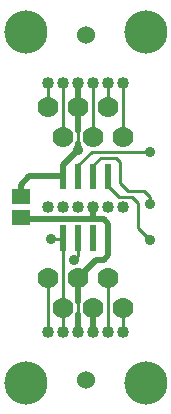
<source format=gbr>
G04 start of page 2 for group 0 idx 0 *
G04 Title: (unknown), component *
G04 Creator: pcb 20110918 *
G04 CreationDate: Sat 02 Feb 2013 07:41:18 PM GMT UTC *
G04 For: petersen *
G04 Format: Gerber/RS-274X *
G04 PCB-Dimensions: 63000 140000 *
G04 PCB-Coordinate-Origin: lower left *
%MOIN*%
%FSLAX25Y25*%
%LNTOP*%
%ADD23C,0.1280*%
%ADD22C,0.0370*%
%ADD21C,0.0240*%
%ADD20C,0.0350*%
%ADD19C,0.0360*%
%ADD18R,0.0512X0.0512*%
%ADD17R,0.0200X0.0200*%
%ADD16C,0.1440*%
%ADD15C,0.0600*%
%ADD14C,0.0400*%
%ADD13C,0.0700*%
%ADD12C,0.0200*%
%ADD11C,0.0100*%
G54D11*X19000Y111500D02*Y103500D01*
X24000Y111500D02*Y93500D01*
G54D12*X29000Y111500D02*Y95500D01*
Y89000D02*Y91500D01*
G54D11*Y95500D01*
X34000Y111500D02*Y93500D01*
X39000Y111500D02*Y103500D01*
X44000Y111500D02*Y93500D01*
Y28500D02*Y36500D01*
X39000Y28500D02*Y46500D01*
G54D12*Y54000D02*X37500Y52500D01*
X34000Y28500D02*Y36500D01*
G54D11*X19000Y28500D02*Y46500D01*
X24000Y28500D02*Y59750D01*
Y59500D02*X20000D01*
X29000Y59750D02*Y54000D01*
X27500Y52500D01*
G54D12*X29000Y28500D02*Y34500D01*
Y46500D02*Y38500D01*
G54D11*Y34500D02*Y38500D01*
G54D12*Y46500D02*X35000Y52500D01*
X37500D02*X35000D01*
G54D11*X29000Y80250D02*Y84000D01*
X33500Y88500D01*
X34000Y84000D02*X36500Y86500D01*
X41500D01*
X43000Y85000D01*
Y78000D01*
G54D12*X24000Y80250D02*Y84000D01*
X29000Y89000D01*
X24000Y80250D02*X12750D01*
X10000Y77500D01*
Y73543D01*
X37500Y66000D02*X10000D01*
G54D11*X33500Y88500D02*X53000D01*
X43000Y78000D02*X45500Y75500D01*
X39000Y77000D02*X42500Y73500D01*
X47000D01*
X39000Y80250D02*Y77000D01*
G54D12*X34000Y70000D02*Y66000D01*
X39000Y64500D02*X37500Y66000D01*
X39000Y64500D02*Y54000D01*
G54D11*X45500Y75500D02*X51000D01*
X53000Y73500D01*
Y71000D01*
X47000Y73500D02*X49000Y71500D01*
Y63000D01*
X53000Y59000D01*
G54D13*X44000Y93500D03*
X39000Y103500D03*
X34000Y93500D03*
X29000Y103500D03*
X24000Y93500D03*
X19000Y103500D03*
G54D14*X44000Y70000D03*
X39000D03*
X34000D03*
X29000D03*
X24000D03*
X19000D03*
Y28500D03*
G54D13*Y46500D03*
G54D14*X24000Y28500D03*
G54D13*Y36500D03*
X29000Y46500D03*
X34000Y36500D03*
X39000Y46500D03*
X44000Y36500D03*
G54D14*X29000Y28500D03*
G54D15*X31500Y12500D03*
G54D16*X11500Y11500D03*
X51500D03*
G54D14*X34000Y28500D03*
X39000D03*
X44000D03*
G54D16*X51500Y128500D03*
G54D15*X31500Y127500D03*
G54D16*X11500Y128500D03*
G54D14*X44000Y111500D03*
X39000D03*
X34000D03*
X29000D03*
X24000D03*
X19000D03*
G54D17*X39000Y83500D02*Y77000D01*
X34000Y83500D02*Y77000D01*
X29000Y83500D02*Y77000D01*
X24000Y63000D02*Y56500D01*
X29000Y63000D02*Y56500D01*
X34000Y63000D02*Y56500D01*
X39000Y63000D02*Y56500D01*
X24000Y83500D02*Y77000D01*
G54D18*X9607Y73543D02*X10393D01*
X9607Y66457D02*X10393D01*
G54D19*X20000Y59500D03*
X29000Y89000D03*
X53000Y88500D03*
Y71000D03*
Y59000D03*
X27500Y52500D03*
G54D12*G54D20*G54D21*G54D20*G54D21*G54D20*G54D21*G54D22*G54D23*G54D21*G54D23*G54D22*G54D23*G54D21*M02*

</source>
